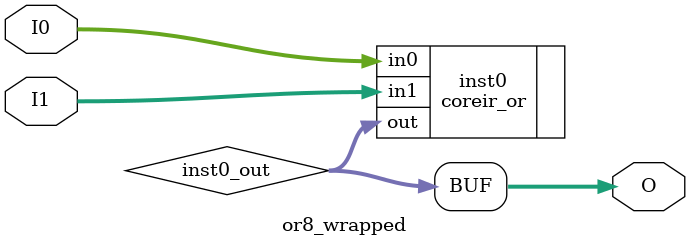
<source format=v>
module or8_wrapped (input [7:0] I0, input [7:0] I1, output [7:0] O);
wire [7:0] inst0_out;
coreir_or inst0 (.in0(I0), .in1(I1), .out(inst0_out));
assign O = inst0_out;
endmodule


</source>
